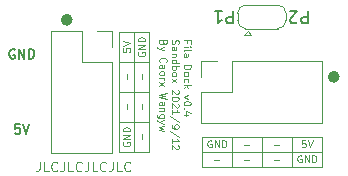
<source format=gbr>
%TF.GenerationSoftware,KiCad,Pcbnew,(5.1.10)-1*%
%TF.CreationDate,2021-09-12T15:17:43+08:00*%
%TF.ProjectId,fc,66632e6b-6963-4616-945f-706362585858,rev?*%
%TF.SameCoordinates,Original*%
%TF.FileFunction,Legend,Top*%
%TF.FilePolarity,Positive*%
%FSLAX46Y46*%
G04 Gerber Fmt 4.6, Leading zero omitted, Abs format (unit mm)*
G04 Created by KiCad (PCBNEW (5.1.10)-1) date 2021-09-12 15:17:43*
%MOMM*%
%LPD*%
G01*
G04 APERTURE LIST*
%ADD10C,0.125000*%
%ADD11C,0.120000*%
%ADD12C,0.200000*%
%ADD13C,0.500000*%
%ADD14C,0.150000*%
G04 APERTURE END LIST*
D10*
X97490000Y-52527142D02*
X97461428Y-52584285D01*
X97461428Y-52670000D01*
X97490000Y-52755714D01*
X97547142Y-52812857D01*
X97604285Y-52841428D01*
X97718571Y-52870000D01*
X97804285Y-52870000D01*
X97918571Y-52841428D01*
X97975714Y-52812857D01*
X98032857Y-52755714D01*
X98061428Y-52670000D01*
X98061428Y-52612857D01*
X98032857Y-52527142D01*
X98004285Y-52498571D01*
X97804285Y-52498571D01*
X97804285Y-52612857D01*
X98061428Y-52241428D02*
X97461428Y-52241428D01*
X98061428Y-51898571D01*
X97461428Y-51898571D01*
X98061428Y-51612857D02*
X97461428Y-51612857D01*
X97461428Y-51470000D01*
X97490000Y-51384285D01*
X97547142Y-51327142D01*
X97604285Y-51298571D01*
X97718571Y-51270000D01*
X97804285Y-51270000D01*
X97918571Y-51298571D01*
X97975714Y-51327142D01*
X98032857Y-51384285D01*
X98061428Y-51470000D01*
X98061428Y-51612857D01*
X97832857Y-49758571D02*
X97832857Y-49301428D01*
X97461428Y-44564285D02*
X97461428Y-44850000D01*
X97747142Y-44878571D01*
X97718571Y-44850000D01*
X97690000Y-44792857D01*
X97690000Y-44650000D01*
X97718571Y-44592857D01*
X97747142Y-44564285D01*
X97804285Y-44535714D01*
X97947142Y-44535714D01*
X98004285Y-44564285D01*
X98032857Y-44592857D01*
X98061428Y-44650000D01*
X98061428Y-44792857D01*
X98032857Y-44850000D01*
X98004285Y-44878571D01*
X97461428Y-44364285D02*
X98061428Y-44164285D01*
X97461428Y-43964285D01*
X99102857Y-49758571D02*
X99102857Y-49301428D01*
X99102857Y-52298571D02*
X99102857Y-51841428D01*
X99102857Y-47218571D02*
X99102857Y-46761428D01*
X97832857Y-47218571D02*
X97832857Y-46761428D01*
X98760000Y-44907142D02*
X98731428Y-44964285D01*
X98731428Y-45050000D01*
X98760000Y-45135714D01*
X98817142Y-45192857D01*
X98874285Y-45221428D01*
X98988571Y-45250000D01*
X99074285Y-45250000D01*
X99188571Y-45221428D01*
X99245714Y-45192857D01*
X99302857Y-45135714D01*
X99331428Y-45050000D01*
X99331428Y-44992857D01*
X99302857Y-44907142D01*
X99274285Y-44878571D01*
X99074285Y-44878571D01*
X99074285Y-44992857D01*
X99331428Y-44621428D02*
X98731428Y-44621428D01*
X99331428Y-44278571D01*
X98731428Y-44278571D01*
X99331428Y-43992857D02*
X98731428Y-43992857D01*
X98731428Y-43850000D01*
X98760000Y-43764285D01*
X98817142Y-43707142D01*
X98874285Y-43678571D01*
X98988571Y-43650000D01*
X99074285Y-43650000D01*
X99188571Y-43678571D01*
X99245714Y-43707142D01*
X99302857Y-43764285D01*
X99331428Y-43850000D01*
X99331428Y-43992857D01*
D11*
X99695000Y-53340000D02*
X97155000Y-53340000D01*
X97155000Y-53340000D02*
X97155000Y-43180000D01*
X99695000Y-48260000D02*
X97155000Y-48260000D01*
X99695000Y-50800000D02*
X97155000Y-50800000D01*
X99695000Y-45720000D02*
X97155000Y-45720000D01*
X97155000Y-43180000D02*
X99695000Y-43180000D01*
X99695000Y-43180000D02*
X99695000Y-53340000D01*
X98425000Y-43180000D02*
X98425000Y-53340000D01*
D12*
X106783095Y-41457619D02*
X106783095Y-42457619D01*
X106402142Y-42457619D01*
X106306904Y-42410000D01*
X106259285Y-42362380D01*
X106211666Y-42267142D01*
X106211666Y-42124285D01*
X106259285Y-42029047D01*
X106306904Y-41981428D01*
X106402142Y-41933809D01*
X106783095Y-41933809D01*
X105259285Y-41457619D02*
X105830714Y-41457619D01*
X105545000Y-41457619D02*
X105545000Y-42457619D01*
X105640238Y-42314761D01*
X105735476Y-42219523D01*
X105830714Y-42171904D01*
X113133095Y-41457619D02*
X113133095Y-42457619D01*
X112752142Y-42457619D01*
X112656904Y-42410000D01*
X112609285Y-42362380D01*
X112561666Y-42267142D01*
X112561666Y-42124285D01*
X112609285Y-42029047D01*
X112656904Y-41981428D01*
X112752142Y-41933809D01*
X113133095Y-41933809D01*
X112180714Y-42362380D02*
X112133095Y-42410000D01*
X112037857Y-42457619D01*
X111799761Y-42457619D01*
X111704523Y-42410000D01*
X111656904Y-42362380D01*
X111609285Y-42267142D01*
X111609285Y-42171904D01*
X111656904Y-42029047D01*
X112228333Y-41457619D01*
X111609285Y-41457619D01*
D13*
X115570000Y-46990000D02*
G75*
G03*
X115570000Y-46990000I-254000J0D01*
G01*
X92964000Y-42164000D02*
G75*
G03*
X92964000Y-42164000I-254000J0D01*
G01*
D11*
X111760000Y-54610000D02*
X111760000Y-52070000D01*
X109220000Y-54610000D02*
X109220000Y-52070000D01*
X106680000Y-54610000D02*
X106680000Y-52070000D01*
X114300000Y-53340000D02*
X104140000Y-53340000D01*
X104140000Y-54610000D02*
X104140000Y-52070000D01*
X114300000Y-54610000D02*
X104140000Y-54610000D01*
X114300000Y-52070000D02*
X114300000Y-54610000D01*
X104140000Y-52070000D02*
X114300000Y-52070000D01*
D10*
X107721428Y-54017857D02*
X108178571Y-54017857D01*
X110261428Y-54017857D02*
X110718571Y-54017857D01*
X105181428Y-54017857D02*
X105638571Y-54017857D01*
X112572857Y-53675000D02*
X112515714Y-53646428D01*
X112430000Y-53646428D01*
X112344285Y-53675000D01*
X112287142Y-53732142D01*
X112258571Y-53789285D01*
X112230000Y-53903571D01*
X112230000Y-53989285D01*
X112258571Y-54103571D01*
X112287142Y-54160714D01*
X112344285Y-54217857D01*
X112430000Y-54246428D01*
X112487142Y-54246428D01*
X112572857Y-54217857D01*
X112601428Y-54189285D01*
X112601428Y-53989285D01*
X112487142Y-53989285D01*
X112858571Y-54246428D02*
X112858571Y-53646428D01*
X113201428Y-54246428D01*
X113201428Y-53646428D01*
X113487142Y-54246428D02*
X113487142Y-53646428D01*
X113630000Y-53646428D01*
X113715714Y-53675000D01*
X113772857Y-53732142D01*
X113801428Y-53789285D01*
X113830000Y-53903571D01*
X113830000Y-53989285D01*
X113801428Y-54103571D01*
X113772857Y-54160714D01*
X113715714Y-54217857D01*
X113630000Y-54246428D01*
X113487142Y-54246428D01*
X112915714Y-52376428D02*
X112630000Y-52376428D01*
X112601428Y-52662142D01*
X112630000Y-52633571D01*
X112687142Y-52605000D01*
X112830000Y-52605000D01*
X112887142Y-52633571D01*
X112915714Y-52662142D01*
X112944285Y-52719285D01*
X112944285Y-52862142D01*
X112915714Y-52919285D01*
X112887142Y-52947857D01*
X112830000Y-52976428D01*
X112687142Y-52976428D01*
X112630000Y-52947857D01*
X112601428Y-52919285D01*
X113115714Y-52376428D02*
X113315714Y-52976428D01*
X113515714Y-52376428D01*
X110261428Y-52747857D02*
X110718571Y-52747857D01*
X107721428Y-52747857D02*
X108178571Y-52747857D01*
X104952857Y-52405000D02*
X104895714Y-52376428D01*
X104810000Y-52376428D01*
X104724285Y-52405000D01*
X104667142Y-52462142D01*
X104638571Y-52519285D01*
X104610000Y-52633571D01*
X104610000Y-52719285D01*
X104638571Y-52833571D01*
X104667142Y-52890714D01*
X104724285Y-52947857D01*
X104810000Y-52976428D01*
X104867142Y-52976428D01*
X104952857Y-52947857D01*
X104981428Y-52919285D01*
X104981428Y-52719285D01*
X104867142Y-52719285D01*
X105238571Y-52976428D02*
X105238571Y-52376428D01*
X105581428Y-52976428D01*
X105581428Y-52376428D01*
X105867142Y-52976428D02*
X105867142Y-52376428D01*
X106010000Y-52376428D01*
X106095714Y-52405000D01*
X106152857Y-52462142D01*
X106181428Y-52519285D01*
X106210000Y-52633571D01*
X106210000Y-52719285D01*
X106181428Y-52833571D01*
X106152857Y-52890714D01*
X106095714Y-52947857D01*
X106010000Y-52976428D01*
X105867142Y-52976428D01*
X90416297Y-54171904D02*
X90416297Y-54743333D01*
X90378202Y-54857619D01*
X90302011Y-54933809D01*
X90187726Y-54971904D01*
X90111535Y-54971904D01*
X91178202Y-54971904D02*
X90797250Y-54971904D01*
X90797250Y-54171904D01*
X91902011Y-54895714D02*
X91863916Y-54933809D01*
X91749630Y-54971904D01*
X91673440Y-54971904D01*
X91559154Y-54933809D01*
X91482964Y-54857619D01*
X91444869Y-54781428D01*
X91406773Y-54629047D01*
X91406773Y-54514761D01*
X91444869Y-54362380D01*
X91482964Y-54286190D01*
X91559154Y-54210000D01*
X91673440Y-54171904D01*
X91749630Y-54171904D01*
X91863916Y-54210000D01*
X91902011Y-54248095D01*
X92473440Y-54171904D02*
X92473440Y-54743333D01*
X92435345Y-54857619D01*
X92359154Y-54933809D01*
X92244869Y-54971904D01*
X92168678Y-54971904D01*
X93235345Y-54971904D02*
X92854392Y-54971904D01*
X92854392Y-54171904D01*
X93959154Y-54895714D02*
X93921059Y-54933809D01*
X93806773Y-54971904D01*
X93730583Y-54971904D01*
X93616297Y-54933809D01*
X93540107Y-54857619D01*
X93502011Y-54781428D01*
X93463916Y-54629047D01*
X93463916Y-54514761D01*
X93502011Y-54362380D01*
X93540107Y-54286190D01*
X93616297Y-54210000D01*
X93730583Y-54171904D01*
X93806773Y-54171904D01*
X93921059Y-54210000D01*
X93959154Y-54248095D01*
X94530583Y-54171904D02*
X94530583Y-54743333D01*
X94492488Y-54857619D01*
X94416297Y-54933809D01*
X94302011Y-54971904D01*
X94225821Y-54971904D01*
X95292488Y-54971904D02*
X94911535Y-54971904D01*
X94911535Y-54171904D01*
X96016297Y-54895714D02*
X95978202Y-54933809D01*
X95863916Y-54971904D01*
X95787726Y-54971904D01*
X95673440Y-54933809D01*
X95597250Y-54857619D01*
X95559154Y-54781428D01*
X95521059Y-54629047D01*
X95521059Y-54514761D01*
X95559154Y-54362380D01*
X95597250Y-54286190D01*
X95673440Y-54210000D01*
X95787726Y-54171904D01*
X95863916Y-54171904D01*
X95978202Y-54210000D01*
X96016297Y-54248095D01*
X96587726Y-54171904D02*
X96587726Y-54743333D01*
X96549630Y-54857619D01*
X96473440Y-54933809D01*
X96359154Y-54971904D01*
X96282964Y-54971904D01*
X97349630Y-54971904D02*
X96968678Y-54971904D01*
X96968678Y-54171904D01*
X98073440Y-54895714D02*
X98035345Y-54933809D01*
X97921059Y-54971904D01*
X97844869Y-54971904D01*
X97730583Y-54933809D01*
X97654392Y-54857619D01*
X97616297Y-54781428D01*
X97578202Y-54629047D01*
X97578202Y-54514761D01*
X97616297Y-54362380D01*
X97654392Y-54286190D01*
X97730583Y-54210000D01*
X97844869Y-54171904D01*
X97921059Y-54171904D01*
X98035345Y-54210000D01*
X98073440Y-54248095D01*
D14*
X88747619Y-50996904D02*
X88366666Y-50996904D01*
X88328571Y-51377857D01*
X88366666Y-51339761D01*
X88442857Y-51301666D01*
X88633333Y-51301666D01*
X88709523Y-51339761D01*
X88747619Y-51377857D01*
X88785714Y-51454047D01*
X88785714Y-51644523D01*
X88747619Y-51720714D01*
X88709523Y-51758809D01*
X88633333Y-51796904D01*
X88442857Y-51796904D01*
X88366666Y-51758809D01*
X88328571Y-51720714D01*
X89014285Y-50996904D02*
X89280952Y-51796904D01*
X89547619Y-50996904D01*
X88290476Y-44685000D02*
X88214285Y-44646904D01*
X88100000Y-44646904D01*
X87985714Y-44685000D01*
X87909523Y-44761190D01*
X87871428Y-44837380D01*
X87833333Y-44989761D01*
X87833333Y-45104047D01*
X87871428Y-45256428D01*
X87909523Y-45332619D01*
X87985714Y-45408809D01*
X88100000Y-45446904D01*
X88176190Y-45446904D01*
X88290476Y-45408809D01*
X88328571Y-45370714D01*
X88328571Y-45104047D01*
X88176190Y-45104047D01*
X88671428Y-45446904D02*
X88671428Y-44646904D01*
X89128571Y-45446904D01*
X89128571Y-44646904D01*
X89509523Y-45446904D02*
X89509523Y-44646904D01*
X89700000Y-44646904D01*
X89814285Y-44685000D01*
X89890476Y-44761190D01*
X89928571Y-44837380D01*
X89966666Y-44989761D01*
X89966666Y-45104047D01*
X89928571Y-45256428D01*
X89890476Y-45332619D01*
X89814285Y-45408809D01*
X89700000Y-45446904D01*
X89509523Y-45446904D01*
D10*
X102921857Y-44112107D02*
X102921857Y-43912107D01*
X102607571Y-43912107D02*
X103207571Y-43912107D01*
X103207571Y-44197821D01*
X102607571Y-44426392D02*
X103007571Y-44426392D01*
X103207571Y-44426392D02*
X103179000Y-44397821D01*
X103150428Y-44426392D01*
X103179000Y-44454964D01*
X103207571Y-44426392D01*
X103150428Y-44426392D01*
X102607571Y-44797821D02*
X102636142Y-44740678D01*
X102693285Y-44712107D01*
X103207571Y-44712107D01*
X102607571Y-45283535D02*
X102921857Y-45283535D01*
X102979000Y-45254964D01*
X103007571Y-45197821D01*
X103007571Y-45083535D01*
X102979000Y-45026392D01*
X102636142Y-45283535D02*
X102607571Y-45226392D01*
X102607571Y-45083535D01*
X102636142Y-45026392D01*
X102693285Y-44997821D01*
X102750428Y-44997821D01*
X102807571Y-45026392D01*
X102836142Y-45083535D01*
X102836142Y-45226392D01*
X102864714Y-45283535D01*
X102607571Y-46026392D02*
X103207571Y-46026392D01*
X103207571Y-46169250D01*
X103179000Y-46254964D01*
X103121857Y-46312107D01*
X103064714Y-46340678D01*
X102950428Y-46369250D01*
X102864714Y-46369250D01*
X102750428Y-46340678D01*
X102693285Y-46312107D01*
X102636142Y-46254964D01*
X102607571Y-46169250D01*
X102607571Y-46026392D01*
X102607571Y-46712107D02*
X102636142Y-46654964D01*
X102664714Y-46626392D01*
X102721857Y-46597821D01*
X102893285Y-46597821D01*
X102950428Y-46626392D01*
X102979000Y-46654964D01*
X103007571Y-46712107D01*
X103007571Y-46797821D01*
X102979000Y-46854964D01*
X102950428Y-46883535D01*
X102893285Y-46912107D01*
X102721857Y-46912107D01*
X102664714Y-46883535D01*
X102636142Y-46854964D01*
X102607571Y-46797821D01*
X102607571Y-46712107D01*
X102636142Y-47426392D02*
X102607571Y-47369250D01*
X102607571Y-47254964D01*
X102636142Y-47197821D01*
X102664714Y-47169250D01*
X102721857Y-47140678D01*
X102893285Y-47140678D01*
X102950428Y-47169250D01*
X102979000Y-47197821D01*
X103007571Y-47254964D01*
X103007571Y-47369250D01*
X102979000Y-47426392D01*
X102607571Y-47683535D02*
X103207571Y-47683535D01*
X102836142Y-47740678D02*
X102607571Y-47912107D01*
X103007571Y-47912107D02*
X102779000Y-47683535D01*
X103007571Y-48569250D02*
X102607571Y-48712107D01*
X103007571Y-48854964D01*
X103207571Y-49197821D02*
X103207571Y-49254964D01*
X103179000Y-49312107D01*
X103150428Y-49340678D01*
X103093285Y-49369250D01*
X102979000Y-49397821D01*
X102836142Y-49397821D01*
X102721857Y-49369250D01*
X102664714Y-49340678D01*
X102636142Y-49312107D01*
X102607571Y-49254964D01*
X102607571Y-49197821D01*
X102636142Y-49140678D01*
X102664714Y-49112107D01*
X102721857Y-49083535D01*
X102836142Y-49054964D01*
X102979000Y-49054964D01*
X103093285Y-49083535D01*
X103150428Y-49112107D01*
X103179000Y-49140678D01*
X103207571Y-49197821D01*
X102664714Y-49654964D02*
X102636142Y-49683535D01*
X102607571Y-49654964D01*
X102636142Y-49626392D01*
X102664714Y-49654964D01*
X102607571Y-49654964D01*
X103007571Y-50197821D02*
X102607571Y-50197821D01*
X103236142Y-50054964D02*
X102807571Y-49912107D01*
X102807571Y-50283535D01*
X101611142Y-43883535D02*
X101582571Y-43969250D01*
X101582571Y-44112107D01*
X101611142Y-44169250D01*
X101639714Y-44197821D01*
X101696857Y-44226392D01*
X101754000Y-44226392D01*
X101811142Y-44197821D01*
X101839714Y-44169250D01*
X101868285Y-44112107D01*
X101896857Y-43997821D01*
X101925428Y-43940678D01*
X101954000Y-43912107D01*
X102011142Y-43883535D01*
X102068285Y-43883535D01*
X102125428Y-43912107D01*
X102154000Y-43940678D01*
X102182571Y-43997821D01*
X102182571Y-44140678D01*
X102154000Y-44226392D01*
X101582571Y-44740678D02*
X101896857Y-44740678D01*
X101954000Y-44712107D01*
X101982571Y-44654964D01*
X101982571Y-44540678D01*
X101954000Y-44483535D01*
X101611142Y-44740678D02*
X101582571Y-44683535D01*
X101582571Y-44540678D01*
X101611142Y-44483535D01*
X101668285Y-44454964D01*
X101725428Y-44454964D01*
X101782571Y-44483535D01*
X101811142Y-44540678D01*
X101811142Y-44683535D01*
X101839714Y-44740678D01*
X101982571Y-45026392D02*
X101582571Y-45026392D01*
X101925428Y-45026392D02*
X101954000Y-45054964D01*
X101982571Y-45112107D01*
X101982571Y-45197821D01*
X101954000Y-45254964D01*
X101896857Y-45283535D01*
X101582571Y-45283535D01*
X101582571Y-45826392D02*
X102182571Y-45826392D01*
X101611142Y-45826392D02*
X101582571Y-45769250D01*
X101582571Y-45654964D01*
X101611142Y-45597821D01*
X101639714Y-45569250D01*
X101696857Y-45540678D01*
X101868285Y-45540678D01*
X101925428Y-45569250D01*
X101954000Y-45597821D01*
X101982571Y-45654964D01*
X101982571Y-45769250D01*
X101954000Y-45826392D01*
X101582571Y-46112107D02*
X102182571Y-46112107D01*
X101954000Y-46112107D02*
X101982571Y-46169250D01*
X101982571Y-46283535D01*
X101954000Y-46340678D01*
X101925428Y-46369250D01*
X101868285Y-46397821D01*
X101696857Y-46397821D01*
X101639714Y-46369250D01*
X101611142Y-46340678D01*
X101582571Y-46283535D01*
X101582571Y-46169250D01*
X101611142Y-46112107D01*
X101582571Y-46740678D02*
X101611142Y-46683535D01*
X101639714Y-46654964D01*
X101696857Y-46626392D01*
X101868285Y-46626392D01*
X101925428Y-46654964D01*
X101954000Y-46683535D01*
X101982571Y-46740678D01*
X101982571Y-46826392D01*
X101954000Y-46883535D01*
X101925428Y-46912107D01*
X101868285Y-46940678D01*
X101696857Y-46940678D01*
X101639714Y-46912107D01*
X101611142Y-46883535D01*
X101582571Y-46826392D01*
X101582571Y-46740678D01*
X101582571Y-47140678D02*
X101982571Y-47454964D01*
X101982571Y-47140678D02*
X101582571Y-47454964D01*
X102125428Y-48112107D02*
X102154000Y-48140678D01*
X102182571Y-48197821D01*
X102182571Y-48340678D01*
X102154000Y-48397821D01*
X102125428Y-48426392D01*
X102068285Y-48454964D01*
X102011142Y-48454964D01*
X101925428Y-48426392D01*
X101582571Y-48083535D01*
X101582571Y-48454964D01*
X102182571Y-48826392D02*
X102182571Y-48883535D01*
X102154000Y-48940678D01*
X102125428Y-48969250D01*
X102068285Y-48997821D01*
X101954000Y-49026392D01*
X101811142Y-49026392D01*
X101696857Y-48997821D01*
X101639714Y-48969250D01*
X101611142Y-48940678D01*
X101582571Y-48883535D01*
X101582571Y-48826392D01*
X101611142Y-48769250D01*
X101639714Y-48740678D01*
X101696857Y-48712107D01*
X101811142Y-48683535D01*
X101954000Y-48683535D01*
X102068285Y-48712107D01*
X102125428Y-48740678D01*
X102154000Y-48769250D01*
X102182571Y-48826392D01*
X102125428Y-49254964D02*
X102154000Y-49283535D01*
X102182571Y-49340678D01*
X102182571Y-49483535D01*
X102154000Y-49540678D01*
X102125428Y-49569250D01*
X102068285Y-49597821D01*
X102011142Y-49597821D01*
X101925428Y-49569250D01*
X101582571Y-49226392D01*
X101582571Y-49597821D01*
X101582571Y-50169250D02*
X101582571Y-49826392D01*
X101582571Y-49997821D02*
X102182571Y-49997821D01*
X102096857Y-49940678D01*
X102039714Y-49883535D01*
X102011142Y-49826392D01*
X102211142Y-50854964D02*
X101439714Y-50340678D01*
X101582571Y-51083535D02*
X101582571Y-51197821D01*
X101611142Y-51254964D01*
X101639714Y-51283535D01*
X101725428Y-51340678D01*
X101839714Y-51369250D01*
X102068285Y-51369250D01*
X102125428Y-51340678D01*
X102154000Y-51312107D01*
X102182571Y-51254964D01*
X102182571Y-51140678D01*
X102154000Y-51083535D01*
X102125428Y-51054964D01*
X102068285Y-51026392D01*
X101925428Y-51026392D01*
X101868285Y-51054964D01*
X101839714Y-51083535D01*
X101811142Y-51140678D01*
X101811142Y-51254964D01*
X101839714Y-51312107D01*
X101868285Y-51340678D01*
X101925428Y-51369250D01*
X102211142Y-52054964D02*
X101439714Y-51540678D01*
X101582571Y-52569250D02*
X101582571Y-52226392D01*
X101582571Y-52397821D02*
X102182571Y-52397821D01*
X102096857Y-52340678D01*
X102039714Y-52283535D01*
X102011142Y-52226392D01*
X102125428Y-52797821D02*
X102154000Y-52826392D01*
X102182571Y-52883535D01*
X102182571Y-53026392D01*
X102154000Y-53083535D01*
X102125428Y-53112107D01*
X102068285Y-53140678D01*
X102011142Y-53140678D01*
X101925428Y-53112107D01*
X101582571Y-52769250D01*
X101582571Y-53140678D01*
X100871857Y-44112107D02*
X100843285Y-44197821D01*
X100814714Y-44226392D01*
X100757571Y-44254964D01*
X100671857Y-44254964D01*
X100614714Y-44226392D01*
X100586142Y-44197821D01*
X100557571Y-44140678D01*
X100557571Y-43912107D01*
X101157571Y-43912107D01*
X101157571Y-44112107D01*
X101129000Y-44169250D01*
X101100428Y-44197821D01*
X101043285Y-44226392D01*
X100986142Y-44226392D01*
X100929000Y-44197821D01*
X100900428Y-44169250D01*
X100871857Y-44112107D01*
X100871857Y-43912107D01*
X100957571Y-44454964D02*
X100557571Y-44597821D01*
X100957571Y-44740678D02*
X100557571Y-44597821D01*
X100414714Y-44540678D01*
X100386142Y-44512107D01*
X100357571Y-44454964D01*
X100614714Y-45769250D02*
X100586142Y-45740678D01*
X100557571Y-45654964D01*
X100557571Y-45597821D01*
X100586142Y-45512107D01*
X100643285Y-45454964D01*
X100700428Y-45426392D01*
X100814714Y-45397821D01*
X100900428Y-45397821D01*
X101014714Y-45426392D01*
X101071857Y-45454964D01*
X101129000Y-45512107D01*
X101157571Y-45597821D01*
X101157571Y-45654964D01*
X101129000Y-45740678D01*
X101100428Y-45769250D01*
X100557571Y-46283535D02*
X100871857Y-46283535D01*
X100929000Y-46254964D01*
X100957571Y-46197821D01*
X100957571Y-46083535D01*
X100929000Y-46026392D01*
X100586142Y-46283535D02*
X100557571Y-46226392D01*
X100557571Y-46083535D01*
X100586142Y-46026392D01*
X100643285Y-45997821D01*
X100700428Y-45997821D01*
X100757571Y-46026392D01*
X100786142Y-46083535D01*
X100786142Y-46226392D01*
X100814714Y-46283535D01*
X100557571Y-46654964D02*
X100586142Y-46597821D01*
X100614714Y-46569250D01*
X100671857Y-46540678D01*
X100843285Y-46540678D01*
X100900428Y-46569250D01*
X100929000Y-46597821D01*
X100957571Y-46654964D01*
X100957571Y-46740678D01*
X100929000Y-46797821D01*
X100900428Y-46826392D01*
X100843285Y-46854964D01*
X100671857Y-46854964D01*
X100614714Y-46826392D01*
X100586142Y-46797821D01*
X100557571Y-46740678D01*
X100557571Y-46654964D01*
X100557571Y-47112107D02*
X100957571Y-47112107D01*
X100843285Y-47112107D02*
X100900428Y-47140678D01*
X100929000Y-47169250D01*
X100957571Y-47226392D01*
X100957571Y-47283535D01*
X100557571Y-47426392D02*
X100957571Y-47740678D01*
X100957571Y-47426392D02*
X100557571Y-47740678D01*
X101157571Y-48369250D02*
X100557571Y-48512107D01*
X100986142Y-48626392D01*
X100557571Y-48740678D01*
X101157571Y-48883535D01*
X100557571Y-49369250D02*
X100871857Y-49369250D01*
X100929000Y-49340678D01*
X100957571Y-49283535D01*
X100957571Y-49169250D01*
X100929000Y-49112107D01*
X100586142Y-49369250D02*
X100557571Y-49312107D01*
X100557571Y-49169250D01*
X100586142Y-49112107D01*
X100643285Y-49083535D01*
X100700428Y-49083535D01*
X100757571Y-49112107D01*
X100786142Y-49169250D01*
X100786142Y-49312107D01*
X100814714Y-49369250D01*
X100957571Y-49654964D02*
X100557571Y-49654964D01*
X100900428Y-49654964D02*
X100929000Y-49683535D01*
X100957571Y-49740678D01*
X100957571Y-49826392D01*
X100929000Y-49883535D01*
X100871857Y-49912107D01*
X100557571Y-49912107D01*
X100957571Y-50454964D02*
X100471857Y-50454964D01*
X100414714Y-50426392D01*
X100386142Y-50397821D01*
X100357571Y-50340678D01*
X100357571Y-50254964D01*
X100386142Y-50197821D01*
X100586142Y-50454964D02*
X100557571Y-50397821D01*
X100557571Y-50283535D01*
X100586142Y-50226392D01*
X100614714Y-50197821D01*
X100671857Y-50169250D01*
X100843285Y-50169250D01*
X100900428Y-50197821D01*
X100929000Y-50226392D01*
X100957571Y-50283535D01*
X100957571Y-50397821D01*
X100929000Y-50454964D01*
X100957571Y-50683535D02*
X100557571Y-50826392D01*
X100957571Y-50969250D02*
X100557571Y-50826392D01*
X100414714Y-50769250D01*
X100386142Y-50740678D01*
X100357571Y-50683535D01*
X100957571Y-51140678D02*
X100557571Y-51254964D01*
X100843285Y-51369250D01*
X100557571Y-51483535D01*
X100957571Y-51597821D01*
D11*
%TO.C,JP1*%
X107170000Y-41610000D02*
G75*
G02*
X107870000Y-40910000I700000J0D01*
G01*
X107870000Y-42910000D02*
G75*
G02*
X107170000Y-42210000I0J700000D01*
G01*
X111270000Y-42210000D02*
G75*
G02*
X110570000Y-42910000I-700000J0D01*
G01*
X110570000Y-40910000D02*
G75*
G02*
X111270000Y-41610000I0J-700000D01*
G01*
X108020000Y-43110000D02*
X108320000Y-43410000D01*
X107720000Y-43410000D02*
X108320000Y-43410000D01*
X108020000Y-43110000D02*
X107720000Y-43410000D01*
X107170000Y-42210000D02*
X107170000Y-41610000D01*
X110620000Y-42910000D02*
X107820000Y-42910000D01*
X111270000Y-41610000D02*
X111270000Y-42210000D01*
X107820000Y-40910000D02*
X110620000Y-40910000D01*
%TO.C,J2*%
X104080000Y-50860000D02*
X104080000Y-48260000D01*
X104080000Y-50860000D02*
X114360000Y-50860000D01*
X114360000Y-50860000D02*
X114360000Y-45660000D01*
X106680000Y-45660000D02*
X114360000Y-45660000D01*
X106680000Y-48260000D02*
X106680000Y-45660000D01*
X104080000Y-48260000D02*
X106680000Y-48260000D01*
X104080000Y-45660000D02*
X105410000Y-45660000D01*
X104080000Y-46990000D02*
X104080000Y-45660000D01*
%TO.C,J1*%
X91380000Y-43120000D02*
X93980000Y-43120000D01*
X91380000Y-43120000D02*
X91380000Y-53400000D01*
X91380000Y-53400000D02*
X96580000Y-53400000D01*
X96580000Y-45720000D02*
X96580000Y-53400000D01*
X93980000Y-45720000D02*
X96580000Y-45720000D01*
X93980000Y-43120000D02*
X93980000Y-45720000D01*
X96580000Y-43120000D02*
X96580000Y-44450000D01*
X95250000Y-43120000D02*
X96580000Y-43120000D01*
%TD*%
M02*

</source>
